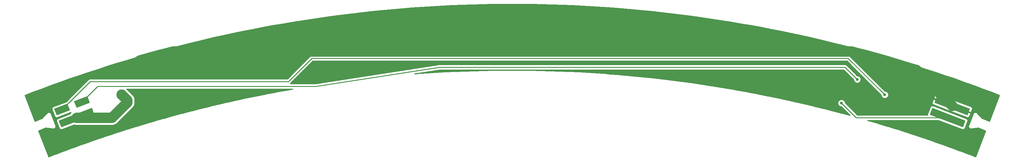
<source format=gbr>
G04 #@! TF.GenerationSoftware,KiCad,Pcbnew,(5.0.1)-4*
G04 #@! TF.CreationDate,2018-11-24T23:16:14-05:00*
G04 #@! TF.ProjectId,strutB,7374727574422E6B696361645F706362,rev?*
G04 #@! TF.SameCoordinates,Original*
G04 #@! TF.FileFunction,Copper,L2,Bot,Signal*
G04 #@! TF.FilePolarity,Positive*
%FSLAX46Y46*%
G04 Gerber Fmt 4.6, Leading zero omitted, Abs format (unit mm)*
G04 Created by KiCad (PCBNEW (5.0.1)-4) date 2018-11-24 11:16:14 PM*
%MOMM*%
%LPD*%
G01*
G04 APERTURE LIST*
G04 #@! TA.AperFunction,SMDPad,CuDef*
%ADD10C,2.000000*%
G04 #@! TD*
G04 #@! TA.AperFunction,Conductor*
%ADD11C,0.100000*%
G04 #@! TD*
G04 #@! TA.AperFunction,ViaPad*
%ADD12C,0.800000*%
G04 #@! TD*
G04 #@! TA.AperFunction,ViaPad*
%ADD13C,3.000000*%
G04 #@! TD*
G04 #@! TA.AperFunction,Conductor*
%ADD14C,0.250000*%
G04 #@! TD*
G04 #@! TA.AperFunction,Conductor*
%ADD15C,3.000000*%
G04 #@! TD*
G04 #@! TA.AperFunction,Conductor*
%ADD16C,0.254000*%
G04 #@! TD*
G04 APERTURE END LIST*
D10*
G04 #@! TO.P,J1,4*
G04 #@! TO.N,Net-(J1-Pad4)*
X83185056Y-149178002D03*
D11*
G04 #@! TD*
G04 #@! TO.N,Net-(J1-Pad4)*
G04 #@! TO.C,J1*
G36*
X85410357Y-149397177D02*
X81674536Y-150826737D01*
X80959755Y-148958827D01*
X84695576Y-147529267D01*
X85410357Y-149397177D01*
X85410357Y-149397177D01*
G37*
D10*
G04 #@! TO.P,J1,3*
G04 #@! TO.N,Net-(J1-Pad3)*
X88788787Y-147033661D03*
D11*
G04 #@! TD*
G04 #@! TO.N,Net-(J1-Pad3)*
G04 #@! TO.C,J1*
G36*
X91014088Y-147252836D02*
X87278267Y-148682396D01*
X86563486Y-146814486D01*
X90299307Y-145384926D01*
X91014088Y-147252836D01*
X91014088Y-147252836D01*
G37*
D10*
G04 #@! TO.P,J1,5*
G04 #@! TO.N,GND*
X87273526Y-151468070D03*
D11*
G04 #@! TD*
G04 #@! TO.N,GND*
G04 #@! TO.C,J1*
G36*
X92300692Y-150615075D02*
X82961140Y-154188976D01*
X82246360Y-152321065D01*
X91585912Y-148747164D01*
X92300692Y-150615075D01*
X92300692Y-150615075D01*
G37*
D10*
G04 #@! TO.P,J2,2*
G04 #@! TO.N,/Clock*
X332726474Y-151468070D03*
D11*
G04 #@! TD*
G04 #@! TO.N,/Clock*
G04 #@! TO.C,J2*
G36*
X328414088Y-148747164D02*
X337753640Y-152321065D01*
X337038860Y-154188976D01*
X327699308Y-150615075D01*
X328414088Y-148747164D01*
X328414088Y-148747164D01*
G37*
D10*
G04 #@! TO.P,J2,1*
G04 #@! TO.N,+5V*
X334013078Y-148105831D03*
D11*
G04 #@! TD*
G04 #@! TO.N,+5V*
G04 #@! TO.C,J2*
G36*
X329700692Y-145384925D02*
X339040244Y-148958826D01*
X338325464Y-150826737D01*
X328985912Y-147252836D01*
X329700692Y-145384925D01*
X329700692Y-145384925D01*
G37*
D12*
G04 #@! TO.N,Net-(J1-Pad4)*
X315000000Y-145000000D03*
G04 #@! TO.N,Net-(J1-Pad3)*
X307250000Y-140650000D03*
D13*
G04 #@! TO.N,GND*
X100000000Y-145000000D03*
D12*
G04 #@! TO.N,/Clock*
X302800000Y-147350000D03*
D13*
G04 #@! TO.N,+5V*
X99700000Y-138500000D03*
G04 #@! TD*
D14*
G04 #@! TO.N,Net-(J1-Pad4)*
X304669432Y-134669432D02*
X314600001Y-144600001D01*
X91138047Y-141225011D02*
X147005944Y-141225011D01*
X314600001Y-144600001D02*
X315000000Y-145000000D01*
X153561522Y-134669432D02*
X304669432Y-134669432D01*
X147005944Y-141225011D02*
X153561522Y-134669432D01*
X83185056Y-149178002D02*
X91138047Y-141225011D01*
G04 #@! TO.N,Net-(J1-Pad3)*
X189571581Y-137198395D02*
X154658631Y-142600000D01*
X307250000Y-140650000D02*
X303798395Y-137198395D01*
X303798395Y-137198395D02*
X189571581Y-137198395D01*
X93222448Y-142600000D02*
X88788787Y-147033661D01*
X154658631Y-142600000D02*
X93222448Y-142600000D01*
D15*
G04 #@! TO.N,GND*
X101499999Y-146499999D02*
X101499999Y-147202477D01*
X90171589Y-151468070D02*
X87273526Y-151468070D01*
X101499999Y-147202477D02*
X97234406Y-151468070D01*
X100000000Y-145000000D02*
X101499999Y-146499999D01*
X97234406Y-151468070D02*
X90171589Y-151468070D01*
D14*
G04 #@! TO.N,/Clock*
X306918070Y-151468070D02*
X332726474Y-151468070D01*
X302800000Y-147350000D02*
X306918070Y-151468070D01*
D15*
G04 #@! TO.N,+5V*
X112585606Y-133186471D02*
X114430145Y-132700000D01*
X109867118Y-133923350D02*
X112585606Y-133186471D01*
X107149046Y-134680029D02*
X109867118Y-133923350D01*
X105035080Y-135286240D02*
X107149046Y-134680029D01*
X99700000Y-138500000D02*
X101821320Y-138500000D01*
X101821320Y-138500000D02*
X105035080Y-135286240D01*
X323898587Y-137991339D02*
X332207959Y-146300712D01*
X323629300Y-137904569D02*
X323898587Y-137991339D01*
X320943026Y-137068839D02*
X323629300Y-137904569D01*
X318255202Y-136252537D02*
X320943026Y-137068839D01*
X315557944Y-135456299D02*
X318255202Y-136252537D01*
X312850967Y-134680034D02*
X315557944Y-135456299D01*
X310132887Y-133923353D02*
X312850967Y-134680034D01*
X332207959Y-146300712D02*
X334013078Y-148105831D01*
X307414376Y-133186467D02*
X310132887Y-133923353D01*
X305569856Y-132700000D02*
X307414376Y-133186467D01*
X114430145Y-132700000D02*
X305569856Y-132700000D01*
G04 #@! TD*
D16*
G04 #@! TO.N,+5V*
G36*
X212824156Y-119329983D02*
X215649532Y-119369917D01*
X218466018Y-119419855D01*
X221290215Y-119489712D01*
X224115483Y-119589545D01*
X226930837Y-119699364D01*
X229754925Y-119839071D01*
X232570358Y-119998812D01*
X235385753Y-120178519D01*
X238211148Y-120378193D01*
X241026207Y-120597808D01*
X243830442Y-120837316D01*
X246645735Y-121106864D01*
X249451029Y-121386395D01*
X252256431Y-121695887D01*
X255061904Y-122015372D01*
X257865967Y-122364633D01*
X260661406Y-122734030D01*
X263466578Y-123123359D01*
X266251850Y-123532664D01*
X269047433Y-123961986D01*
X271832671Y-124411218D01*
X274616847Y-124880238D01*
X277391961Y-125379359D01*
X280167539Y-125888548D01*
X282943033Y-126427673D01*
X285708044Y-126976683D01*
X288473724Y-127555778D01*
X291238939Y-128144760D01*
X293992843Y-128763390D01*
X296738215Y-129402313D01*
X299483829Y-130061261D01*
X302229076Y-130740086D01*
X304964143Y-131438825D01*
X307689592Y-132157625D01*
X310415155Y-132896422D01*
X313140483Y-133655122D01*
X315855536Y-134433703D01*
X318560615Y-135232249D01*
X321256054Y-136050864D01*
X323950756Y-136889216D01*
X326645901Y-137757651D01*
X329322358Y-138636488D01*
X332007839Y-139534976D01*
X334672896Y-140453274D01*
X337337355Y-141391323D01*
X339992459Y-142359537D01*
X342638668Y-143338136D01*
X345274283Y-144336475D01*
X347298289Y-145118478D01*
X344479544Y-152478062D01*
X342441467Y-151699226D01*
X341064984Y-150195124D01*
X341013241Y-150121900D01*
X340921868Y-150064241D01*
X340834783Y-150000302D01*
X340811482Y-149994584D01*
X340791191Y-149981780D01*
X340684710Y-149963477D01*
X340579784Y-149937730D01*
X340556069Y-149941365D01*
X340532422Y-149937300D01*
X340427038Y-149961140D01*
X340320251Y-149977506D01*
X340299733Y-149989939D01*
X340276329Y-149995233D01*
X340188090Y-150057587D01*
X340095694Y-150113573D01*
X340081495Y-150132912D01*
X340061900Y-150146759D01*
X340004236Y-150238139D01*
X339940302Y-150325217D01*
X339918937Y-150412285D01*
X338658549Y-153695157D01*
X338616015Y-153774764D01*
X338605502Y-153881684D01*
X338587300Y-153987577D01*
X338592730Y-154011579D01*
X338590322Y-154036066D01*
X338621525Y-154138869D01*
X338645233Y-154243670D01*
X338659435Y-154263767D01*
X338666581Y-154287312D01*
X338734753Y-154370352D01*
X338796759Y-154458099D01*
X338817569Y-154471231D01*
X338833183Y-154490250D01*
X338927946Y-154540882D01*
X339018809Y-154598220D01*
X339043060Y-154602389D01*
X339064764Y-154613985D01*
X339171690Y-154624499D01*
X339277577Y-154642700D01*
X339365615Y-154622784D01*
X341399847Y-154422097D01*
X343437661Y-155200834D01*
X340620510Y-162564819D01*
X338796772Y-161857210D01*
X338794421Y-161855742D01*
X338736008Y-161833634D01*
X338678138Y-161811180D01*
X338675425Y-161810704D01*
X336282247Y-160904921D01*
X336280261Y-160903700D01*
X336221378Y-160881883D01*
X336162832Y-160859724D01*
X336160540Y-160859341D01*
X333767672Y-159972742D01*
X333765303Y-159971312D01*
X333706657Y-159950134D01*
X333648354Y-159928532D01*
X333645629Y-159928097D01*
X331243811Y-159060774D01*
X331242446Y-159059959D01*
X331182618Y-159038676D01*
X331123026Y-159017157D01*
X331121458Y-159016920D01*
X328708757Y-158158647D01*
X328705361Y-158156674D01*
X328647453Y-158136839D01*
X328589959Y-158116387D01*
X328586085Y-158115820D01*
X326164253Y-157286296D01*
X326163230Y-157285706D01*
X326102472Y-157265134D01*
X326042369Y-157244548D01*
X326041210Y-157244392D01*
X323620631Y-156424828D01*
X323618235Y-156423473D01*
X323558975Y-156403952D01*
X323500091Y-156384015D01*
X323497371Y-156383659D01*
X321065992Y-155582734D01*
X321063927Y-155581586D01*
X321004259Y-155562399D01*
X320944757Y-155542798D01*
X320942413Y-155542511D01*
X318510190Y-154760385D01*
X318506728Y-154758513D01*
X318448260Y-154740470D01*
X318390163Y-154721788D01*
X318386263Y-154721338D01*
X315945254Y-153968059D01*
X315943879Y-153967324D01*
X315882837Y-153948798D01*
X315822503Y-153930179D01*
X315820968Y-153930020D01*
X313372745Y-153186981D01*
X313371692Y-153186423D01*
X313310335Y-153168040D01*
X313249476Y-153149569D01*
X313248298Y-153149453D01*
X310797941Y-152415300D01*
X310794449Y-152413501D01*
X310735609Y-152396625D01*
X310677155Y-152379111D01*
X310673257Y-152378741D01*
X310147945Y-152228070D01*
X330102914Y-152228070D01*
X336807471Y-154793656D01*
X337056486Y-154836176D01*
X337302817Y-154780166D01*
X337508963Y-154634152D01*
X337643540Y-154420365D01*
X338358320Y-152552454D01*
X338400840Y-152303439D01*
X338344830Y-152057108D01*
X338198816Y-151850962D01*
X337985029Y-151716385D01*
X328645477Y-148142484D01*
X328396462Y-148099964D01*
X328150131Y-148155974D01*
X327943985Y-148301988D01*
X327809408Y-148515775D01*
X327094628Y-150383686D01*
X327052108Y-150632701D01*
X327069245Y-150708070D01*
X307232873Y-150708070D01*
X303835000Y-147310199D01*
X303835000Y-147144126D01*
X303834890Y-147143860D01*
X328347709Y-147143860D01*
X328354586Y-147396385D01*
X328457576Y-147627056D01*
X328641001Y-147800755D01*
X328876936Y-147891039D01*
X333161867Y-149530724D01*
X333163553Y-149529971D01*
X333604093Y-149529971D01*
X333695623Y-149734972D01*
X337980554Y-151374657D01*
X338216489Y-151464940D01*
X338469014Y-151458063D01*
X338699685Y-151355071D01*
X338873384Y-151171646D01*
X339173791Y-150386602D01*
X339082262Y-150181601D01*
X334086302Y-148269832D01*
X333604093Y-149529971D01*
X333163553Y-149529971D01*
X333366869Y-149439194D01*
X333849077Y-148179055D01*
X333466370Y-148032607D01*
X334177079Y-148032607D01*
X339173039Y-149944376D01*
X339378040Y-149852847D01*
X339678447Y-149067802D01*
X339671570Y-148815277D01*
X339568580Y-148584606D01*
X339385155Y-148410907D01*
X339149220Y-148320623D01*
X334864289Y-146680938D01*
X334659287Y-146772468D01*
X334177079Y-148032607D01*
X333466370Y-148032607D01*
X328853117Y-146267286D01*
X328648116Y-146358815D01*
X328347709Y-147143860D01*
X303834890Y-147143860D01*
X303677431Y-146763720D01*
X303386280Y-146472569D01*
X303005874Y-146315000D01*
X302594126Y-146315000D01*
X302213720Y-146472569D01*
X301922569Y-146763720D01*
X301765000Y-147144126D01*
X301765000Y-147555874D01*
X301922569Y-147936280D01*
X302213720Y-148227431D01*
X302594126Y-148385000D01*
X302760199Y-148385000D01*
X305213931Y-150838734D01*
X303033800Y-150249510D01*
X303032716Y-150248977D01*
X302970654Y-150232443D01*
X302909448Y-150215901D01*
X302908259Y-150215820D01*
X300438937Y-149557972D01*
X300435393Y-149556282D01*
X300376038Y-149541215D01*
X300317091Y-149525511D01*
X300313188Y-149525261D01*
X297833058Y-148895690D01*
X297830871Y-148894667D01*
X297770003Y-148879684D01*
X297709383Y-148864296D01*
X297706978Y-148864170D01*
X295229416Y-148254310D01*
X295228050Y-148253678D01*
X295166152Y-148238737D01*
X295104633Y-148223594D01*
X295103137Y-148223527D01*
X292615705Y-147623112D01*
X292613502Y-147622113D01*
X292552462Y-147607847D01*
X292491674Y-147593174D01*
X292489263Y-147593076D01*
X289999699Y-147011225D01*
X289996120Y-147009651D01*
X289936406Y-146996432D01*
X289876907Y-146982526D01*
X289873003Y-146982396D01*
X287374935Y-146429390D01*
X287373822Y-146428905D01*
X287311426Y-146415330D01*
X287249186Y-146401552D01*
X287247974Y-146401526D01*
X284751197Y-145858334D01*
X284748726Y-145857282D01*
X284687707Y-145844521D01*
X284626788Y-145831268D01*
X284624102Y-145831220D01*
X282115156Y-145306535D01*
X282111784Y-145305143D01*
X282051549Y-145293233D01*
X281991473Y-145280670D01*
X281987826Y-145280634D01*
X279480589Y-144784907D01*
X279479458Y-144784445D01*
X279416724Y-144772280D01*
X279354247Y-144759927D01*
X279353029Y-144759928D01*
X276846833Y-144273936D01*
X276844353Y-144272946D01*
X276783077Y-144261573D01*
X276721830Y-144249696D01*
X276719157Y-144249709D01*
X274201953Y-143782500D01*
X274199678Y-143781611D01*
X274138055Y-143770640D01*
X274076531Y-143759221D01*
X274074089Y-143759252D01*
X271557266Y-143311181D01*
X271554979Y-143310307D01*
X271493302Y-143299794D01*
X271431684Y-143288824D01*
X271429235Y-143288873D01*
X268912361Y-142859861D01*
X268909875Y-142858933D01*
X268848326Y-142848946D01*
X268786821Y-142838462D01*
X268784167Y-142838535D01*
X266256245Y-142428344D01*
X266252782Y-142427095D01*
X266192089Y-142417934D01*
X266131547Y-142408110D01*
X266127871Y-142408241D01*
X263601565Y-142026911D01*
X263600406Y-142026498D01*
X263537260Y-142017205D01*
X263474231Y-142007691D01*
X263473003Y-142007748D01*
X260947798Y-141636114D01*
X260945312Y-141635250D01*
X260883581Y-141626663D01*
X260821786Y-141617569D01*
X260819152Y-141617701D01*
X258282876Y-141264911D01*
X258280547Y-141264121D01*
X258218516Y-141255959D01*
X258156545Y-141247339D01*
X258154090Y-141247482D01*
X255618103Y-140913799D01*
X255615765Y-140913025D01*
X255553699Y-140905325D01*
X255491652Y-140897161D01*
X255489192Y-140897322D01*
X252953317Y-140582721D01*
X252950966Y-140581962D01*
X252888788Y-140574716D01*
X252826748Y-140567019D01*
X252824288Y-140567199D01*
X250288379Y-140271661D01*
X250285889Y-140270878D01*
X250223756Y-140264129D01*
X250161834Y-140256913D01*
X250159238Y-140257122D01*
X247613435Y-139980611D01*
X247611076Y-139979889D01*
X247548839Y-139973595D01*
X247486643Y-139966840D01*
X247484185Y-139967057D01*
X244938613Y-139709640D01*
X244936248Y-139708935D01*
X244874062Y-139703112D01*
X244811729Y-139696809D01*
X244809265Y-139697045D01*
X242263782Y-139458704D01*
X242261407Y-139458015D01*
X242199130Y-139452650D01*
X242136809Y-139446815D01*
X242134346Y-139447070D01*
X239588940Y-139227802D01*
X239586553Y-139227129D01*
X239524149Y-139222221D01*
X239461882Y-139216857D01*
X239459421Y-139217130D01*
X236913992Y-139016928D01*
X236911514Y-139016250D01*
X236849200Y-139011832D01*
X236786948Y-139006936D01*
X236784398Y-139007238D01*
X234229046Y-138826075D01*
X234226653Y-138825439D01*
X234164194Y-138821477D01*
X234101834Y-138817056D01*
X234099380Y-138817366D01*
X231544247Y-138655286D01*
X231541920Y-138654686D01*
X231479497Y-138651179D01*
X231416910Y-138647209D01*
X231414521Y-138647529D01*
X228869373Y-138504542D01*
X228866903Y-138503925D01*
X228804561Y-138500901D01*
X228742120Y-138497393D01*
X228739594Y-138497750D01*
X226184423Y-138373804D01*
X226182015Y-138373222D01*
X226119611Y-138370661D01*
X226057051Y-138367626D01*
X226054594Y-138367992D01*
X223499535Y-138263120D01*
X223497118Y-138262554D01*
X223434599Y-138260455D01*
X223372119Y-138257890D01*
X223369667Y-138258274D01*
X220814636Y-138172471D01*
X220812213Y-138171923D01*
X220749679Y-138170290D01*
X220687186Y-138168191D01*
X220684736Y-138168593D01*
X218129703Y-138101857D01*
X218127257Y-138101323D01*
X218064849Y-138100163D01*
X218002253Y-138098528D01*
X217999778Y-138098953D01*
X215434795Y-138051276D01*
X215432386Y-138050769D01*
X215369827Y-138050069D01*
X215307274Y-138048906D01*
X215304851Y-138049341D01*
X212749898Y-138020741D01*
X212747465Y-138020248D01*
X212685008Y-138020015D01*
X212622389Y-138019314D01*
X212619943Y-138019772D01*
X210064980Y-138010239D01*
X210062540Y-138009763D01*
X210000000Y-138009996D01*
X209937461Y-138009763D01*
X209935021Y-138010239D01*
X207380057Y-138019772D01*
X207377611Y-138019314D01*
X207314992Y-138020015D01*
X207252535Y-138020248D01*
X207250102Y-138020741D01*
X204695123Y-138049342D01*
X204692680Y-138048903D01*
X204630234Y-138050068D01*
X204567614Y-138050769D01*
X204565179Y-138051282D01*
X202010229Y-138098949D01*
X202007812Y-138098533D01*
X201945253Y-138100161D01*
X201882698Y-138101328D01*
X201880303Y-138101851D01*
X199315296Y-138168599D01*
X199312814Y-138168191D01*
X199250354Y-138170289D01*
X199187851Y-138171915D01*
X199185397Y-138172470D01*
X196630334Y-138258274D01*
X196627882Y-138257890D01*
X196565406Y-138260454D01*
X196502882Y-138262554D01*
X196500464Y-138263120D01*
X193945346Y-138367994D01*
X193942829Y-138367620D01*
X193880328Y-138370663D01*
X193817985Y-138373222D01*
X193815519Y-138373819D01*
X191270417Y-138497738D01*
X191268018Y-138497399D01*
X191205404Y-138500904D01*
X191142978Y-138503943D01*
X191140636Y-138504529D01*
X188585545Y-138647537D01*
X188583090Y-138647209D01*
X188520667Y-138651169D01*
X188458217Y-138654664D01*
X188455819Y-138655282D01*
X185900533Y-138817371D01*
X185897991Y-138817051D01*
X185835698Y-138821484D01*
X185773346Y-138825439D01*
X185770869Y-138826097D01*
X183225614Y-139007220D01*
X183223245Y-139006939D01*
X183160752Y-139011836D01*
X183098314Y-139016279D01*
X183096017Y-139016908D01*
X182472704Y-139065750D01*
X189630029Y-137958395D01*
X303483594Y-137958395D01*
X306215000Y-140689802D01*
X306215000Y-140855874D01*
X306372569Y-141236280D01*
X306663720Y-141527431D01*
X307044126Y-141685000D01*
X307455874Y-141685000D01*
X307836280Y-141527431D01*
X308127431Y-141236280D01*
X308285000Y-140855874D01*
X308285000Y-140444126D01*
X308127431Y-140063720D01*
X307836280Y-139772569D01*
X307455874Y-139615000D01*
X307289802Y-139615000D01*
X304388726Y-136713925D01*
X304346324Y-136650466D01*
X304094932Y-136482491D01*
X303873247Y-136438395D01*
X303873242Y-136438395D01*
X303798395Y-136423507D01*
X303723548Y-136438395D01*
X189587846Y-136438395D01*
X189529350Y-136435887D01*
X189513140Y-136438395D01*
X189496729Y-136438395D01*
X189439281Y-136449822D01*
X154600189Y-141840000D01*
X147453511Y-141840000D01*
X147553873Y-141772940D01*
X147596275Y-141709481D01*
X153876324Y-135429432D01*
X304354631Y-135429432D01*
X313965000Y-145039803D01*
X313965000Y-145205874D01*
X314122569Y-145586280D01*
X314413720Y-145877431D01*
X314794126Y-146035000D01*
X315205874Y-146035000D01*
X315586280Y-145877431D01*
X315638651Y-145825060D01*
X328852365Y-145825060D01*
X328943894Y-146030061D01*
X333939854Y-147941830D01*
X334422063Y-146681691D01*
X334330533Y-146476690D01*
X330045602Y-144837005D01*
X329809667Y-144746722D01*
X329557142Y-144753599D01*
X329326471Y-144856591D01*
X329152772Y-145040016D01*
X328852365Y-145825060D01*
X315638651Y-145825060D01*
X315877431Y-145586280D01*
X316035000Y-145205874D01*
X316035000Y-144794126D01*
X315877431Y-144413720D01*
X315586280Y-144122569D01*
X315205874Y-143965000D01*
X315039803Y-143965000D01*
X305259763Y-134184962D01*
X305217361Y-134121503D01*
X304965969Y-133953528D01*
X304744284Y-133909432D01*
X304744279Y-133909432D01*
X304669432Y-133894544D01*
X304594585Y-133909432D01*
X153636368Y-133909432D01*
X153561521Y-133894544D01*
X153486674Y-133909432D01*
X153486670Y-133909432D01*
X153264985Y-133953528D01*
X153013593Y-134121503D01*
X152971193Y-134184959D01*
X146691143Y-140465011D01*
X91212895Y-140465011D01*
X91138047Y-140450123D01*
X91063199Y-140465011D01*
X91063195Y-140465011D01*
X90895690Y-140498330D01*
X90841509Y-140509107D01*
X90668191Y-140624915D01*
X90590118Y-140677082D01*
X90547718Y-140740538D01*
X84301363Y-146986894D01*
X80728366Y-148354147D01*
X80514579Y-148488724D01*
X80368565Y-148694870D01*
X80312555Y-148941202D01*
X80355075Y-149190216D01*
X81069856Y-151058126D01*
X81204433Y-151271913D01*
X81410579Y-151417927D01*
X81656910Y-151473937D01*
X81905925Y-151431417D01*
X85641746Y-150001857D01*
X85717222Y-149954346D01*
X85407219Y-150418297D01*
X82014971Y-151716385D01*
X81801184Y-151850962D01*
X81655170Y-152057108D01*
X81599160Y-152303439D01*
X81641680Y-152552454D01*
X82356460Y-154420365D01*
X82491037Y-154634152D01*
X82697183Y-154780166D01*
X82943514Y-154836176D01*
X83192529Y-154793656D01*
X86563579Y-153503680D01*
X87063247Y-153603070D01*
X97024131Y-153603070D01*
X97234406Y-153644896D01*
X97444681Y-153603070D01*
X97444685Y-153603070D01*
X98067442Y-153479196D01*
X98773655Y-153007319D01*
X98892770Y-152829051D01*
X102860983Y-148860839D01*
X103039248Y-148741726D01*
X103208299Y-148488724D01*
X103277605Y-148385000D01*
X103511125Y-148035512D01*
X103634999Y-147412755D01*
X103634999Y-147412751D01*
X103676825Y-147202478D01*
X103634999Y-146992204D01*
X103634999Y-146710274D01*
X103676825Y-146499999D01*
X103634999Y-146289724D01*
X103634999Y-146289720D01*
X103511125Y-145666963D01*
X103039248Y-144960750D01*
X102860983Y-144841637D01*
X101379346Y-143360000D01*
X148168518Y-143360000D01*
X145925912Y-143759252D01*
X145923468Y-143759221D01*
X145861898Y-143770649D01*
X145800323Y-143781611D01*
X145798049Y-143782499D01*
X143280842Y-144249709D01*
X143278169Y-144249696D01*
X143216922Y-144261573D01*
X143155646Y-144272946D01*
X143153166Y-144273936D01*
X140646971Y-144759928D01*
X140645752Y-144759927D01*
X140583227Y-144772289D01*
X140520542Y-144784445D01*
X140519412Y-144784907D01*
X138012174Y-145280634D01*
X138008526Y-145280670D01*
X137948433Y-145293237D01*
X137888216Y-145305143D01*
X137884845Y-145306535D01*
X135375898Y-145831220D01*
X135373211Y-145831268D01*
X135312268Y-145844527D01*
X135251274Y-145857282D01*
X135248804Y-145858334D01*
X132752026Y-146401526D01*
X132750813Y-146401552D01*
X132688520Y-146415342D01*
X132626178Y-146428905D01*
X132625066Y-146429389D01*
X130126998Y-146982396D01*
X130123092Y-146982526D01*
X130063558Y-146996440D01*
X130003881Y-147009651D01*
X130000304Y-147011224D01*
X127511913Y-147592801D01*
X127510705Y-147592846D01*
X127448649Y-147607587D01*
X127386498Y-147622113D01*
X127385396Y-147622613D01*
X124896900Y-148213751D01*
X124892988Y-148213941D01*
X124833649Y-148228776D01*
X124774220Y-148242893D01*
X124770664Y-148244522D01*
X122291821Y-148864233D01*
X122290617Y-148864296D01*
X122228739Y-148880003D01*
X122166865Y-148895472D01*
X122165776Y-148895986D01*
X119686818Y-149525260D01*
X119682908Y-149525511D01*
X119623846Y-149541246D01*
X119564608Y-149556283D01*
X119561071Y-149557969D01*
X117091746Y-150215820D01*
X117090552Y-150215901D01*
X117029100Y-150232510D01*
X116967284Y-150248978D01*
X116966204Y-150249508D01*
X114497925Y-150916611D01*
X114495203Y-150916818D01*
X114435095Y-150933592D01*
X114375049Y-150949821D01*
X114372611Y-150951030D01*
X111912903Y-151637461D01*
X111910518Y-151637659D01*
X111850235Y-151654950D01*
X111789983Y-151671764D01*
X111787853Y-151672842D01*
X109327891Y-152378412D01*
X109325171Y-152378661D01*
X109265452Y-152396321D01*
X109205551Y-152413502D01*
X109203122Y-152414753D01*
X106752891Y-153139335D01*
X106750523Y-153139569D01*
X106690552Y-153157770D01*
X106630503Y-153175528D01*
X106628398Y-153176634D01*
X104177904Y-153920364D01*
X104175182Y-153920655D01*
X104115718Y-153939238D01*
X104056122Y-153957325D01*
X104053709Y-153958615D01*
X101612561Y-154721474D01*
X101609836Y-154721788D01*
X101550573Y-154740845D01*
X101491095Y-154759432D01*
X101488684Y-154760747D01*
X99057591Y-155542510D01*
X99055242Y-155542798D01*
X98995618Y-155562439D01*
X98936072Y-155581587D01*
X98934011Y-155582733D01*
X96502633Y-156383658D01*
X96499907Y-156384015D01*
X96440884Y-156403999D01*
X96381764Y-156423474D01*
X96379373Y-156424826D01*
X93958794Y-157244392D01*
X93957630Y-157244548D01*
X93897289Y-157265216D01*
X93836769Y-157285707D01*
X93835750Y-157286294D01*
X91413526Y-158115954D01*
X91409233Y-158116588D01*
X91352044Y-158137013D01*
X91294639Y-158156675D01*
X91290889Y-158158854D01*
X88888527Y-159016841D01*
X88887785Y-159016952D01*
X88827269Y-159038719D01*
X88766802Y-159060314D01*
X88766159Y-159060699D01*
X86354790Y-159928029D01*
X86351645Y-159928532D01*
X86293622Y-159950030D01*
X86235453Y-159970953D01*
X86232726Y-159972593D01*
X83839461Y-160859341D01*
X83837167Y-160859724D01*
X83778579Y-160881899D01*
X83719739Y-160903700D01*
X83717755Y-160904920D01*
X81324580Y-161810703D01*
X81321861Y-161811180D01*
X81263852Y-161833687D01*
X81205579Y-161855743D01*
X81203234Y-161857207D01*
X79379491Y-162564820D01*
X76562338Y-155200834D01*
X78600154Y-154422098D01*
X80634384Y-154622784D01*
X80722422Y-154642700D01*
X80828309Y-154624499D01*
X80935237Y-154613985D01*
X80956941Y-154602388D01*
X80981191Y-154598220D01*
X81072053Y-154540884D01*
X81166818Y-154490250D01*
X81182431Y-154471232D01*
X81203241Y-154458100D01*
X81265248Y-154370352D01*
X81333419Y-154287312D01*
X81340566Y-154263767D01*
X81354767Y-154243670D01*
X81378473Y-154138879D01*
X81409679Y-154036067D01*
X81407271Y-154011577D01*
X81412700Y-153987577D01*
X81394499Y-153881688D01*
X81383985Y-153774763D01*
X81341451Y-153695157D01*
X80081063Y-150412289D01*
X80059698Y-150325217D01*
X79995757Y-150238129D01*
X79938099Y-150146759D01*
X79918506Y-150132914D01*
X79904306Y-150113573D01*
X79811903Y-150057583D01*
X79723670Y-149995233D01*
X79700268Y-149989939D01*
X79679749Y-149977506D01*
X79572966Y-149961141D01*
X79467577Y-149937300D01*
X79443928Y-149941365D01*
X79420215Y-149937731D01*
X79315295Y-149963476D01*
X79208809Y-149981780D01*
X79188518Y-149994584D01*
X79165216Y-150000302D01*
X79078119Y-150064250D01*
X78986759Y-150121901D01*
X78935021Y-150195118D01*
X77558536Y-151699224D01*
X75520457Y-152478062D01*
X72701710Y-145118478D01*
X74725840Y-144336429D01*
X77361083Y-143338231D01*
X80017624Y-142359506D01*
X82663110Y-141391159D01*
X85327190Y-140453244D01*
X87992290Y-139534933D01*
X90677846Y-138636421D01*
X93354305Y-137757585D01*
X96049357Y-136889180D01*
X98744115Y-136050812D01*
X101439495Y-135232217D01*
X104144610Y-134433661D01*
X106859662Y-133655081D01*
X109585012Y-132896377D01*
X112310608Y-132157572D01*
X115036001Y-131438788D01*
X117771098Y-130740042D01*
X120516333Y-130061222D01*
X123261947Y-129402275D01*
X126007304Y-128763357D01*
X128761078Y-128144756D01*
X131526330Y-127555766D01*
X134291992Y-126976675D01*
X137057054Y-126427656D01*
X139832493Y-125888542D01*
X142608135Y-125379342D01*
X145383167Y-124880235D01*
X148167373Y-124411211D01*
X150952584Y-123961983D01*
X153747856Y-123532709D01*
X156543423Y-123123358D01*
X159338830Y-122733998D01*
X162134048Y-122364631D01*
X164938106Y-122015371D01*
X167743599Y-121695884D01*
X170548980Y-121386394D01*
X173354290Y-121106862D01*
X176169492Y-120837322D01*
X178983684Y-120597817D01*
X181788963Y-120378185D01*
X184614238Y-120178519D01*
X187429642Y-119998812D01*
X190245067Y-119839072D01*
X193069168Y-119699364D01*
X195884527Y-119589544D01*
X198709785Y-119489712D01*
X201533982Y-119419855D01*
X204350459Y-119369917D01*
X207175844Y-119329983D01*
X210000000Y-119320004D01*
X212824156Y-119329983D01*
X212824156Y-119329983D01*
G37*
X212824156Y-119329983D02*
X215649532Y-119369917D01*
X218466018Y-119419855D01*
X221290215Y-119489712D01*
X224115483Y-119589545D01*
X226930837Y-119699364D01*
X229754925Y-119839071D01*
X232570358Y-119998812D01*
X235385753Y-120178519D01*
X238211148Y-120378193D01*
X241026207Y-120597808D01*
X243830442Y-120837316D01*
X246645735Y-121106864D01*
X249451029Y-121386395D01*
X252256431Y-121695887D01*
X255061904Y-122015372D01*
X257865967Y-122364633D01*
X260661406Y-122734030D01*
X263466578Y-123123359D01*
X266251850Y-123532664D01*
X269047433Y-123961986D01*
X271832671Y-124411218D01*
X274616847Y-124880238D01*
X277391961Y-125379359D01*
X280167539Y-125888548D01*
X282943033Y-126427673D01*
X285708044Y-126976683D01*
X288473724Y-127555778D01*
X291238939Y-128144760D01*
X293992843Y-128763390D01*
X296738215Y-129402313D01*
X299483829Y-130061261D01*
X302229076Y-130740086D01*
X304964143Y-131438825D01*
X307689592Y-132157625D01*
X310415155Y-132896422D01*
X313140483Y-133655122D01*
X315855536Y-134433703D01*
X318560615Y-135232249D01*
X321256054Y-136050864D01*
X323950756Y-136889216D01*
X326645901Y-137757651D01*
X329322358Y-138636488D01*
X332007839Y-139534976D01*
X334672896Y-140453274D01*
X337337355Y-141391323D01*
X339992459Y-142359537D01*
X342638668Y-143338136D01*
X345274283Y-144336475D01*
X347298289Y-145118478D01*
X344479544Y-152478062D01*
X342441467Y-151699226D01*
X341064984Y-150195124D01*
X341013241Y-150121900D01*
X340921868Y-150064241D01*
X340834783Y-150000302D01*
X340811482Y-149994584D01*
X340791191Y-149981780D01*
X340684710Y-149963477D01*
X340579784Y-149937730D01*
X340556069Y-149941365D01*
X340532422Y-149937300D01*
X340427038Y-149961140D01*
X340320251Y-149977506D01*
X340299733Y-149989939D01*
X340276329Y-149995233D01*
X340188090Y-150057587D01*
X340095694Y-150113573D01*
X340081495Y-150132912D01*
X340061900Y-150146759D01*
X340004236Y-150238139D01*
X339940302Y-150325217D01*
X339918937Y-150412285D01*
X338658549Y-153695157D01*
X338616015Y-153774764D01*
X338605502Y-153881684D01*
X338587300Y-153987577D01*
X338592730Y-154011579D01*
X338590322Y-154036066D01*
X338621525Y-154138869D01*
X338645233Y-154243670D01*
X338659435Y-154263767D01*
X338666581Y-154287312D01*
X338734753Y-154370352D01*
X338796759Y-154458099D01*
X338817569Y-154471231D01*
X338833183Y-154490250D01*
X338927946Y-154540882D01*
X339018809Y-154598220D01*
X339043060Y-154602389D01*
X339064764Y-154613985D01*
X339171690Y-154624499D01*
X339277577Y-154642700D01*
X339365615Y-154622784D01*
X341399847Y-154422097D01*
X343437661Y-155200834D01*
X340620510Y-162564819D01*
X338796772Y-161857210D01*
X338794421Y-161855742D01*
X338736008Y-161833634D01*
X338678138Y-161811180D01*
X338675425Y-161810704D01*
X336282247Y-160904921D01*
X336280261Y-160903700D01*
X336221378Y-160881883D01*
X336162832Y-160859724D01*
X336160540Y-160859341D01*
X333767672Y-159972742D01*
X333765303Y-159971312D01*
X333706657Y-159950134D01*
X333648354Y-159928532D01*
X333645629Y-159928097D01*
X331243811Y-159060774D01*
X331242446Y-159059959D01*
X331182618Y-159038676D01*
X331123026Y-159017157D01*
X331121458Y-159016920D01*
X328708757Y-158158647D01*
X328705361Y-158156674D01*
X328647453Y-158136839D01*
X328589959Y-158116387D01*
X328586085Y-158115820D01*
X326164253Y-157286296D01*
X326163230Y-157285706D01*
X326102472Y-157265134D01*
X326042369Y-157244548D01*
X326041210Y-157244392D01*
X323620631Y-156424828D01*
X323618235Y-156423473D01*
X323558975Y-156403952D01*
X323500091Y-156384015D01*
X323497371Y-156383659D01*
X321065992Y-155582734D01*
X321063927Y-155581586D01*
X321004259Y-155562399D01*
X320944757Y-155542798D01*
X320942413Y-155542511D01*
X318510190Y-154760385D01*
X318506728Y-154758513D01*
X318448260Y-154740470D01*
X318390163Y-154721788D01*
X318386263Y-154721338D01*
X315945254Y-153968059D01*
X315943879Y-153967324D01*
X315882837Y-153948798D01*
X315822503Y-153930179D01*
X315820968Y-153930020D01*
X313372745Y-153186981D01*
X313371692Y-153186423D01*
X313310335Y-153168040D01*
X313249476Y-153149569D01*
X313248298Y-153149453D01*
X310797941Y-152415300D01*
X310794449Y-152413501D01*
X310735609Y-152396625D01*
X310677155Y-152379111D01*
X310673257Y-152378741D01*
X310147945Y-152228070D01*
X330102914Y-152228070D01*
X336807471Y-154793656D01*
X337056486Y-154836176D01*
X337302817Y-154780166D01*
X337508963Y-154634152D01*
X337643540Y-154420365D01*
X338358320Y-152552454D01*
X338400840Y-152303439D01*
X338344830Y-152057108D01*
X338198816Y-151850962D01*
X337985029Y-151716385D01*
X328645477Y-148142484D01*
X328396462Y-148099964D01*
X328150131Y-148155974D01*
X327943985Y-148301988D01*
X327809408Y-148515775D01*
X327094628Y-150383686D01*
X327052108Y-150632701D01*
X327069245Y-150708070D01*
X307232873Y-150708070D01*
X303835000Y-147310199D01*
X303835000Y-147144126D01*
X303834890Y-147143860D01*
X328347709Y-147143860D01*
X328354586Y-147396385D01*
X328457576Y-147627056D01*
X328641001Y-147800755D01*
X328876936Y-147891039D01*
X333161867Y-149530724D01*
X333163553Y-149529971D01*
X333604093Y-149529971D01*
X333695623Y-149734972D01*
X337980554Y-151374657D01*
X338216489Y-151464940D01*
X338469014Y-151458063D01*
X338699685Y-151355071D01*
X338873384Y-151171646D01*
X339173791Y-150386602D01*
X339082262Y-150181601D01*
X334086302Y-148269832D01*
X333604093Y-149529971D01*
X333163553Y-149529971D01*
X333366869Y-149439194D01*
X333849077Y-148179055D01*
X333466370Y-148032607D01*
X334177079Y-148032607D01*
X339173039Y-149944376D01*
X339378040Y-149852847D01*
X339678447Y-149067802D01*
X339671570Y-148815277D01*
X339568580Y-148584606D01*
X339385155Y-148410907D01*
X339149220Y-148320623D01*
X334864289Y-146680938D01*
X334659287Y-146772468D01*
X334177079Y-148032607D01*
X333466370Y-148032607D01*
X328853117Y-146267286D01*
X328648116Y-146358815D01*
X328347709Y-147143860D01*
X303834890Y-147143860D01*
X303677431Y-146763720D01*
X303386280Y-146472569D01*
X303005874Y-146315000D01*
X302594126Y-146315000D01*
X302213720Y-146472569D01*
X301922569Y-146763720D01*
X301765000Y-147144126D01*
X301765000Y-147555874D01*
X301922569Y-147936280D01*
X302213720Y-148227431D01*
X302594126Y-148385000D01*
X302760199Y-148385000D01*
X305213931Y-150838734D01*
X303033800Y-150249510D01*
X303032716Y-150248977D01*
X302970654Y-150232443D01*
X302909448Y-150215901D01*
X302908259Y-150215820D01*
X300438937Y-149557972D01*
X300435393Y-149556282D01*
X300376038Y-149541215D01*
X300317091Y-149525511D01*
X300313188Y-149525261D01*
X297833058Y-148895690D01*
X297830871Y-148894667D01*
X297770003Y-148879684D01*
X297709383Y-148864296D01*
X297706978Y-148864170D01*
X295229416Y-148254310D01*
X295228050Y-148253678D01*
X295166152Y-148238737D01*
X295104633Y-148223594D01*
X295103137Y-148223527D01*
X292615705Y-147623112D01*
X292613502Y-147622113D01*
X292552462Y-147607847D01*
X292491674Y-147593174D01*
X292489263Y-147593076D01*
X289999699Y-147011225D01*
X289996120Y-147009651D01*
X289936406Y-146996432D01*
X289876907Y-146982526D01*
X289873003Y-146982396D01*
X287374935Y-146429390D01*
X287373822Y-146428905D01*
X287311426Y-146415330D01*
X287249186Y-146401552D01*
X287247974Y-146401526D01*
X284751197Y-145858334D01*
X284748726Y-145857282D01*
X284687707Y-145844521D01*
X284626788Y-145831268D01*
X284624102Y-145831220D01*
X282115156Y-145306535D01*
X282111784Y-145305143D01*
X282051549Y-145293233D01*
X281991473Y-145280670D01*
X281987826Y-145280634D01*
X279480589Y-144784907D01*
X279479458Y-144784445D01*
X279416724Y-144772280D01*
X279354247Y-144759927D01*
X279353029Y-144759928D01*
X276846833Y-144273936D01*
X276844353Y-144272946D01*
X276783077Y-144261573D01*
X276721830Y-144249696D01*
X276719157Y-144249709D01*
X274201953Y-143782500D01*
X274199678Y-143781611D01*
X274138055Y-143770640D01*
X274076531Y-143759221D01*
X274074089Y-143759252D01*
X271557266Y-143311181D01*
X271554979Y-143310307D01*
X271493302Y-143299794D01*
X271431684Y-143288824D01*
X271429235Y-143288873D01*
X268912361Y-142859861D01*
X268909875Y-142858933D01*
X268848326Y-142848946D01*
X268786821Y-142838462D01*
X268784167Y-142838535D01*
X266256245Y-142428344D01*
X266252782Y-142427095D01*
X266192089Y-142417934D01*
X266131547Y-142408110D01*
X266127871Y-142408241D01*
X263601565Y-142026911D01*
X263600406Y-142026498D01*
X263537260Y-142017205D01*
X263474231Y-142007691D01*
X263473003Y-142007748D01*
X260947798Y-141636114D01*
X260945312Y-141635250D01*
X260883581Y-141626663D01*
X260821786Y-141617569D01*
X260819152Y-141617701D01*
X258282876Y-141264911D01*
X258280547Y-141264121D01*
X258218516Y-141255959D01*
X258156545Y-141247339D01*
X258154090Y-141247482D01*
X255618103Y-140913799D01*
X255615765Y-140913025D01*
X255553699Y-140905325D01*
X255491652Y-140897161D01*
X255489192Y-140897322D01*
X252953317Y-140582721D01*
X252950966Y-140581962D01*
X252888788Y-140574716D01*
X252826748Y-140567019D01*
X252824288Y-140567199D01*
X250288379Y-140271661D01*
X250285889Y-140270878D01*
X250223756Y-140264129D01*
X250161834Y-140256913D01*
X250159238Y-140257122D01*
X247613435Y-139980611D01*
X247611076Y-139979889D01*
X247548839Y-139973595D01*
X247486643Y-139966840D01*
X247484185Y-139967057D01*
X244938613Y-139709640D01*
X244936248Y-139708935D01*
X244874062Y-139703112D01*
X244811729Y-139696809D01*
X244809265Y-139697045D01*
X242263782Y-139458704D01*
X242261407Y-139458015D01*
X242199130Y-139452650D01*
X242136809Y-139446815D01*
X242134346Y-139447070D01*
X239588940Y-139227802D01*
X239586553Y-139227129D01*
X239524149Y-139222221D01*
X239461882Y-139216857D01*
X239459421Y-139217130D01*
X236913992Y-139016928D01*
X236911514Y-139016250D01*
X236849200Y-139011832D01*
X236786948Y-139006936D01*
X236784398Y-139007238D01*
X234229046Y-138826075D01*
X234226653Y-138825439D01*
X234164194Y-138821477D01*
X234101834Y-138817056D01*
X234099380Y-138817366D01*
X231544247Y-138655286D01*
X231541920Y-138654686D01*
X231479497Y-138651179D01*
X231416910Y-138647209D01*
X231414521Y-138647529D01*
X228869373Y-138504542D01*
X228866903Y-138503925D01*
X228804561Y-138500901D01*
X228742120Y-138497393D01*
X228739594Y-138497750D01*
X226184423Y-138373804D01*
X226182015Y-138373222D01*
X226119611Y-138370661D01*
X226057051Y-138367626D01*
X226054594Y-138367992D01*
X223499535Y-138263120D01*
X223497118Y-138262554D01*
X223434599Y-138260455D01*
X223372119Y-138257890D01*
X223369667Y-138258274D01*
X220814636Y-138172471D01*
X220812213Y-138171923D01*
X220749679Y-138170290D01*
X220687186Y-138168191D01*
X220684736Y-138168593D01*
X218129703Y-138101857D01*
X218127257Y-138101323D01*
X218064849Y-138100163D01*
X218002253Y-138098528D01*
X217999778Y-138098953D01*
X215434795Y-138051276D01*
X215432386Y-138050769D01*
X215369827Y-138050069D01*
X215307274Y-138048906D01*
X215304851Y-138049341D01*
X212749898Y-138020741D01*
X212747465Y-138020248D01*
X212685008Y-138020015D01*
X212622389Y-138019314D01*
X212619943Y-138019772D01*
X210064980Y-138010239D01*
X210062540Y-138009763D01*
X210000000Y-138009996D01*
X209937461Y-138009763D01*
X209935021Y-138010239D01*
X207380057Y-138019772D01*
X207377611Y-138019314D01*
X207314992Y-138020015D01*
X207252535Y-138020248D01*
X207250102Y-138020741D01*
X204695123Y-138049342D01*
X204692680Y-138048903D01*
X204630234Y-138050068D01*
X204567614Y-138050769D01*
X204565179Y-138051282D01*
X202010229Y-138098949D01*
X202007812Y-138098533D01*
X201945253Y-138100161D01*
X201882698Y-138101328D01*
X201880303Y-138101851D01*
X199315296Y-138168599D01*
X199312814Y-138168191D01*
X199250354Y-138170289D01*
X199187851Y-138171915D01*
X199185397Y-138172470D01*
X196630334Y-138258274D01*
X196627882Y-138257890D01*
X196565406Y-138260454D01*
X196502882Y-138262554D01*
X196500464Y-138263120D01*
X193945346Y-138367994D01*
X193942829Y-138367620D01*
X193880328Y-138370663D01*
X193817985Y-138373222D01*
X193815519Y-138373819D01*
X191270417Y-138497738D01*
X191268018Y-138497399D01*
X191205404Y-138500904D01*
X191142978Y-138503943D01*
X191140636Y-138504529D01*
X188585545Y-138647537D01*
X188583090Y-138647209D01*
X188520667Y-138651169D01*
X188458217Y-138654664D01*
X188455819Y-138655282D01*
X185900533Y-138817371D01*
X185897991Y-138817051D01*
X185835698Y-138821484D01*
X185773346Y-138825439D01*
X185770869Y-138826097D01*
X183225614Y-139007220D01*
X183223245Y-139006939D01*
X183160752Y-139011836D01*
X183098314Y-139016279D01*
X183096017Y-139016908D01*
X182472704Y-139065750D01*
X189630029Y-137958395D01*
X303483594Y-137958395D01*
X306215000Y-140689802D01*
X306215000Y-140855874D01*
X306372569Y-141236280D01*
X306663720Y-141527431D01*
X307044126Y-141685000D01*
X307455874Y-141685000D01*
X307836280Y-141527431D01*
X308127431Y-141236280D01*
X308285000Y-140855874D01*
X308285000Y-140444126D01*
X308127431Y-140063720D01*
X307836280Y-139772569D01*
X307455874Y-139615000D01*
X307289802Y-139615000D01*
X304388726Y-136713925D01*
X304346324Y-136650466D01*
X304094932Y-136482491D01*
X303873247Y-136438395D01*
X303873242Y-136438395D01*
X303798395Y-136423507D01*
X303723548Y-136438395D01*
X189587846Y-136438395D01*
X189529350Y-136435887D01*
X189513140Y-136438395D01*
X189496729Y-136438395D01*
X189439281Y-136449822D01*
X154600189Y-141840000D01*
X147453511Y-141840000D01*
X147553873Y-141772940D01*
X147596275Y-141709481D01*
X153876324Y-135429432D01*
X304354631Y-135429432D01*
X313965000Y-145039803D01*
X313965000Y-145205874D01*
X314122569Y-145586280D01*
X314413720Y-145877431D01*
X314794126Y-146035000D01*
X315205874Y-146035000D01*
X315586280Y-145877431D01*
X315638651Y-145825060D01*
X328852365Y-145825060D01*
X328943894Y-146030061D01*
X333939854Y-147941830D01*
X334422063Y-146681691D01*
X334330533Y-146476690D01*
X330045602Y-144837005D01*
X329809667Y-144746722D01*
X329557142Y-144753599D01*
X329326471Y-144856591D01*
X329152772Y-145040016D01*
X328852365Y-145825060D01*
X315638651Y-145825060D01*
X315877431Y-145586280D01*
X316035000Y-145205874D01*
X316035000Y-144794126D01*
X315877431Y-144413720D01*
X315586280Y-144122569D01*
X315205874Y-143965000D01*
X315039803Y-143965000D01*
X305259763Y-134184962D01*
X305217361Y-134121503D01*
X304965969Y-133953528D01*
X304744284Y-133909432D01*
X304744279Y-133909432D01*
X304669432Y-133894544D01*
X304594585Y-133909432D01*
X153636368Y-133909432D01*
X153561521Y-133894544D01*
X153486674Y-133909432D01*
X153486670Y-133909432D01*
X153264985Y-133953528D01*
X153013593Y-134121503D01*
X152971193Y-134184959D01*
X146691143Y-140465011D01*
X91212895Y-140465011D01*
X91138047Y-140450123D01*
X91063199Y-140465011D01*
X91063195Y-140465011D01*
X90895690Y-140498330D01*
X90841509Y-140509107D01*
X90668191Y-140624915D01*
X90590118Y-140677082D01*
X90547718Y-140740538D01*
X84301363Y-146986894D01*
X80728366Y-148354147D01*
X80514579Y-148488724D01*
X80368565Y-148694870D01*
X80312555Y-148941202D01*
X80355075Y-149190216D01*
X81069856Y-151058126D01*
X81204433Y-151271913D01*
X81410579Y-151417927D01*
X81656910Y-151473937D01*
X81905925Y-151431417D01*
X85641746Y-150001857D01*
X85717222Y-149954346D01*
X85407219Y-150418297D01*
X82014971Y-151716385D01*
X81801184Y-151850962D01*
X81655170Y-152057108D01*
X81599160Y-152303439D01*
X81641680Y-152552454D01*
X82356460Y-154420365D01*
X82491037Y-154634152D01*
X82697183Y-154780166D01*
X82943514Y-154836176D01*
X83192529Y-154793656D01*
X86563579Y-153503680D01*
X87063247Y-153603070D01*
X97024131Y-153603070D01*
X97234406Y-153644896D01*
X97444681Y-153603070D01*
X97444685Y-153603070D01*
X98067442Y-153479196D01*
X98773655Y-153007319D01*
X98892770Y-152829051D01*
X102860983Y-148860839D01*
X103039248Y-148741726D01*
X103208299Y-148488724D01*
X103277605Y-148385000D01*
X103511125Y-148035512D01*
X103634999Y-147412755D01*
X103634999Y-147412751D01*
X103676825Y-147202478D01*
X103634999Y-146992204D01*
X103634999Y-146710274D01*
X103676825Y-146499999D01*
X103634999Y-146289724D01*
X103634999Y-146289720D01*
X103511125Y-145666963D01*
X103039248Y-144960750D01*
X102860983Y-144841637D01*
X101379346Y-143360000D01*
X148168518Y-143360000D01*
X145925912Y-143759252D01*
X145923468Y-143759221D01*
X145861898Y-143770649D01*
X145800323Y-143781611D01*
X145798049Y-143782499D01*
X143280842Y-144249709D01*
X143278169Y-144249696D01*
X143216922Y-144261573D01*
X143155646Y-144272946D01*
X143153166Y-144273936D01*
X140646971Y-144759928D01*
X140645752Y-144759927D01*
X140583227Y-144772289D01*
X140520542Y-144784445D01*
X140519412Y-144784907D01*
X138012174Y-145280634D01*
X138008526Y-145280670D01*
X137948433Y-145293237D01*
X137888216Y-145305143D01*
X137884845Y-145306535D01*
X135375898Y-145831220D01*
X135373211Y-145831268D01*
X135312268Y-145844527D01*
X135251274Y-145857282D01*
X135248804Y-145858334D01*
X132752026Y-146401526D01*
X132750813Y-146401552D01*
X132688520Y-146415342D01*
X132626178Y-146428905D01*
X132625066Y-146429389D01*
X130126998Y-146982396D01*
X130123092Y-146982526D01*
X130063558Y-146996440D01*
X130003881Y-147009651D01*
X130000304Y-147011224D01*
X127511913Y-147592801D01*
X127510705Y-147592846D01*
X127448649Y-147607587D01*
X127386498Y-147622113D01*
X127385396Y-147622613D01*
X124896900Y-148213751D01*
X124892988Y-148213941D01*
X124833649Y-148228776D01*
X124774220Y-148242893D01*
X124770664Y-148244522D01*
X122291821Y-148864233D01*
X122290617Y-148864296D01*
X122228739Y-148880003D01*
X122166865Y-148895472D01*
X122165776Y-148895986D01*
X119686818Y-149525260D01*
X119682908Y-149525511D01*
X119623846Y-149541246D01*
X119564608Y-149556283D01*
X119561071Y-149557969D01*
X117091746Y-150215820D01*
X117090552Y-150215901D01*
X117029100Y-150232510D01*
X116967284Y-150248978D01*
X116966204Y-150249508D01*
X114497925Y-150916611D01*
X114495203Y-150916818D01*
X114435095Y-150933592D01*
X114375049Y-150949821D01*
X114372611Y-150951030D01*
X111912903Y-151637461D01*
X111910518Y-151637659D01*
X111850235Y-151654950D01*
X111789983Y-151671764D01*
X111787853Y-151672842D01*
X109327891Y-152378412D01*
X109325171Y-152378661D01*
X109265452Y-152396321D01*
X109205551Y-152413502D01*
X109203122Y-152414753D01*
X106752891Y-153139335D01*
X106750523Y-153139569D01*
X106690552Y-153157770D01*
X106630503Y-153175528D01*
X106628398Y-153176634D01*
X104177904Y-153920364D01*
X104175182Y-153920655D01*
X104115718Y-153939238D01*
X104056122Y-153957325D01*
X104053709Y-153958615D01*
X101612561Y-154721474D01*
X101609836Y-154721788D01*
X101550573Y-154740845D01*
X101491095Y-154759432D01*
X101488684Y-154760747D01*
X99057591Y-155542510D01*
X99055242Y-155542798D01*
X98995618Y-155562439D01*
X98936072Y-155581587D01*
X98934011Y-155582733D01*
X96502633Y-156383658D01*
X96499907Y-156384015D01*
X96440884Y-156403999D01*
X96381764Y-156423474D01*
X96379373Y-156424826D01*
X93958794Y-157244392D01*
X93957630Y-157244548D01*
X93897289Y-157265216D01*
X93836769Y-157285707D01*
X93835750Y-157286294D01*
X91413526Y-158115954D01*
X91409233Y-158116588D01*
X91352044Y-158137013D01*
X91294639Y-158156675D01*
X91290889Y-158158854D01*
X88888527Y-159016841D01*
X88887785Y-159016952D01*
X88827269Y-159038719D01*
X88766802Y-159060314D01*
X88766159Y-159060699D01*
X86354790Y-159928029D01*
X86351645Y-159928532D01*
X86293622Y-159950030D01*
X86235453Y-159970953D01*
X86232726Y-159972593D01*
X83839461Y-160859341D01*
X83837167Y-160859724D01*
X83778579Y-160881899D01*
X83719739Y-160903700D01*
X83717755Y-160904920D01*
X81324580Y-161810703D01*
X81321861Y-161811180D01*
X81263852Y-161833687D01*
X81205579Y-161855743D01*
X81203234Y-161857207D01*
X79379491Y-162564820D01*
X76562338Y-155200834D01*
X78600154Y-154422098D01*
X80634384Y-154622784D01*
X80722422Y-154642700D01*
X80828309Y-154624499D01*
X80935237Y-154613985D01*
X80956941Y-154602388D01*
X80981191Y-154598220D01*
X81072053Y-154540884D01*
X81166818Y-154490250D01*
X81182431Y-154471232D01*
X81203241Y-154458100D01*
X81265248Y-154370352D01*
X81333419Y-154287312D01*
X81340566Y-154263767D01*
X81354767Y-154243670D01*
X81378473Y-154138879D01*
X81409679Y-154036067D01*
X81407271Y-154011577D01*
X81412700Y-153987577D01*
X81394499Y-153881688D01*
X81383985Y-153774763D01*
X81341451Y-153695157D01*
X80081063Y-150412289D01*
X80059698Y-150325217D01*
X79995757Y-150238129D01*
X79938099Y-150146759D01*
X79918506Y-150132914D01*
X79904306Y-150113573D01*
X79811903Y-150057583D01*
X79723670Y-149995233D01*
X79700268Y-149989939D01*
X79679749Y-149977506D01*
X79572966Y-149961141D01*
X79467577Y-149937300D01*
X79443928Y-149941365D01*
X79420215Y-149937731D01*
X79315295Y-149963476D01*
X79208809Y-149981780D01*
X79188518Y-149994584D01*
X79165216Y-150000302D01*
X79078119Y-150064250D01*
X78986759Y-150121901D01*
X78935021Y-150195118D01*
X77558536Y-151699224D01*
X75520457Y-152478062D01*
X72701710Y-145118478D01*
X74725840Y-144336429D01*
X77361083Y-143338231D01*
X80017624Y-142359506D01*
X82663110Y-141391159D01*
X85327190Y-140453244D01*
X87992290Y-139534933D01*
X90677846Y-138636421D01*
X93354305Y-137757585D01*
X96049357Y-136889180D01*
X98744115Y-136050812D01*
X101439495Y-135232217D01*
X104144610Y-134433661D01*
X106859662Y-133655081D01*
X109585012Y-132896377D01*
X112310608Y-132157572D01*
X115036001Y-131438788D01*
X117771098Y-130740042D01*
X120516333Y-130061222D01*
X123261947Y-129402275D01*
X126007304Y-128763357D01*
X128761078Y-128144756D01*
X131526330Y-127555766D01*
X134291992Y-126976675D01*
X137057054Y-126427656D01*
X139832493Y-125888542D01*
X142608135Y-125379342D01*
X145383167Y-124880235D01*
X148167373Y-124411211D01*
X150952584Y-123961983D01*
X153747856Y-123532709D01*
X156543423Y-123123358D01*
X159338830Y-122733998D01*
X162134048Y-122364631D01*
X164938106Y-122015371D01*
X167743599Y-121695884D01*
X170548980Y-121386394D01*
X173354290Y-121106862D01*
X176169492Y-120837322D01*
X178983684Y-120597817D01*
X181788963Y-120378185D01*
X184614238Y-120178519D01*
X187429642Y-119998812D01*
X190245067Y-119839072D01*
X193069168Y-119699364D01*
X195884527Y-119589544D01*
X198709785Y-119489712D01*
X201533982Y-119419855D01*
X204350459Y-119369917D01*
X207175844Y-119329983D01*
X210000000Y-119320004D01*
X212824156Y-119329983D01*
G04 #@! TD*
M02*

</source>
